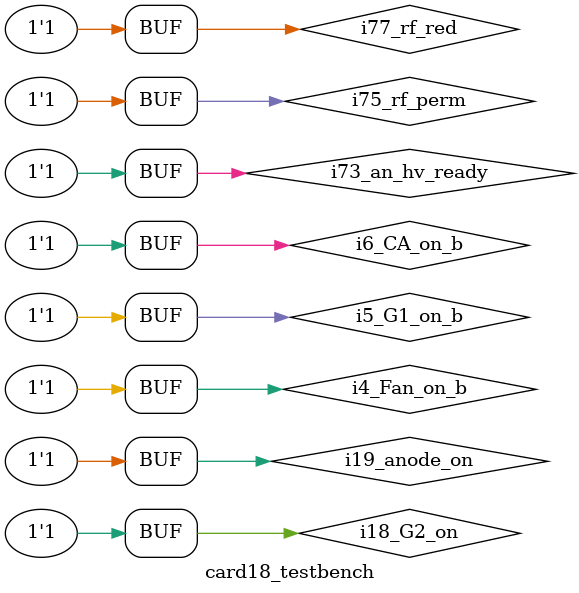
<source format=sv>
`timescale 1ns/10ps

module card18 (i4_Fan_on_b, i5_G1_on_b, i6_CA_on_b,
					i18_G2_on, i19_anode_on, i77_rf_red, i75_rf_perm, i73_an_hv_ready,
					o47_SB_on_b, o42_SB_off_b, o46_hv_on, o45_hv_on, o78_rf_perm, o76_rf_perm, o74_hv_ready) ;

	input  logic i4_Fan_on_b, i5_G1_on_b, i6_CA_on_b;
	input  logic i18_G2_on, i19_anode_on, i77_rf_red, i75_rf_perm, i73_an_hv_ready;
	output logic o47_SB_on_b, o42_SB_off_b, o46_hv_on, o45_hv_on, o78_rf_perm, o76_rf_perm, o74_hv_ready;
	
	logic or_o1; 
	
	// Circuit 1 
	or   #0.05 
	or1   
	(o47_SB_on_b,      
	 i4_Fan_on_b,    
	 i5_G1_on_b,         
	 i6_CA_on_b,);
	
	not  #0.05 
	inv1  
	(o42_SB_off_b,  
	 o47_SB_on_b);
	
	// Circuit 2
	or   #0.05 
	or2   
	 (o46_hv_on,      
	  i18_G2_on,    
	  i19_anode_on);
		 
	nand   #0.05 
	nand1   
	  (o45_hv_on,      
	   i18_G2_on,    
	   i19_anode_on);
	
	// wiring
	assign o78_rf_perm  = i77_rf_red;
	assign o76_rf_perm  = i75_rf_perm;
	assign o74_hv_ready = i73_an_hv_ready;
	
endmodule

module card18_testbench(); 
  
	logic i4_Fan_on_b, i5_G1_on_b, i6_CA_on_b;
	logic i18_G2_on, i19_anode_on, i77_rf_red, i75_rf_perm, i73_an_hv_ready;
	logic o47_SB_on_b, o42_SB_off_b, o46_hv_on, o45_hv_on, o78_rf_perm, o76_rf_perm, o74_hv_ready;
  
   card18 dut (i4_Fan_on_b, i5_G1_on_b, i6_CA_on_b,
		i18_G2_on, i19_anode_on, i77_rf_red, i75_rf_perm, i73_an_hv_ready,
		o47_SB_on_b, o42_SB_off_b, o46_hv_on, o45_hv_on, o78_rf_perm, o76_rf_perm, o74_hv_ready) ; 
			
	initial begin   
   
    i4_Fan_on_b=0; i5_G1_on_b  =0; i6_CA_on_b     =0; 
	 i18_G2_on  =0; i19_anode_on=0; 
	 i77_rf_red =0; i75_rf_perm =0; i73_an_hv_ready=0; #10;
	 i4_Fan_on_b=0; i5_G1_on_b  =0; i6_CA_on_b     =1; 
	 i18_G2_on  =0; i19_anode_on=1; 
	 i77_rf_red =0; i75_rf_perm =0; i73_an_hv_ready=1; #10;
	 i4_Fan_on_b=0; i5_G1_on_b  =1; i6_CA_on_b     =0; 
	 i18_G2_on  =1; i19_anode_on=0; 
	 i77_rf_red =0; i75_rf_perm =1; i73_an_hv_ready=0; #10;
	 i4_Fan_on_b=1; i5_G1_on_b  =0; i6_CA_on_b     =0; 
	 i18_G2_on  =1; i19_anode_on=0; 
	 i77_rf_red =1; i75_rf_perm =0; i73_an_hv_ready=0; #10;
	 i4_Fan_on_b=1; i5_G1_on_b  =1; i6_CA_on_b     =1; 
	 i18_G2_on  =1; i19_anode_on=1; 
	 i77_rf_red =1; i75_rf_perm =1; i73_an_hv_ready=1; #10;
	 
  end   		
  
endmodule 

</source>
